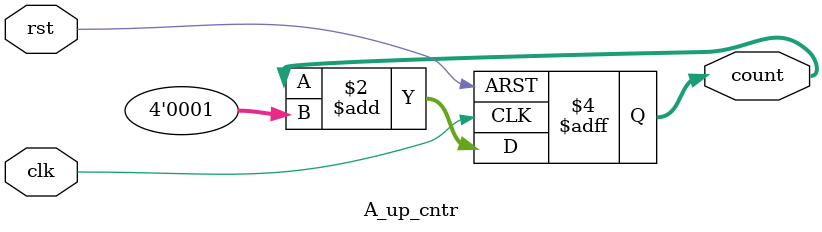
<source format=sv>
`timescale 1ns / 1ps

module A_up_cntr(clk,rst,count

    );
    input logic clk,rst;
    output logic [3:0]count=4'b0000;
    always @(posedge clk or posedge rst )
    begin
    if(rst)
    count=4'b0000;
    else
    begin
    count=count+4'b0001;
    end
    end
endmodule

</source>
